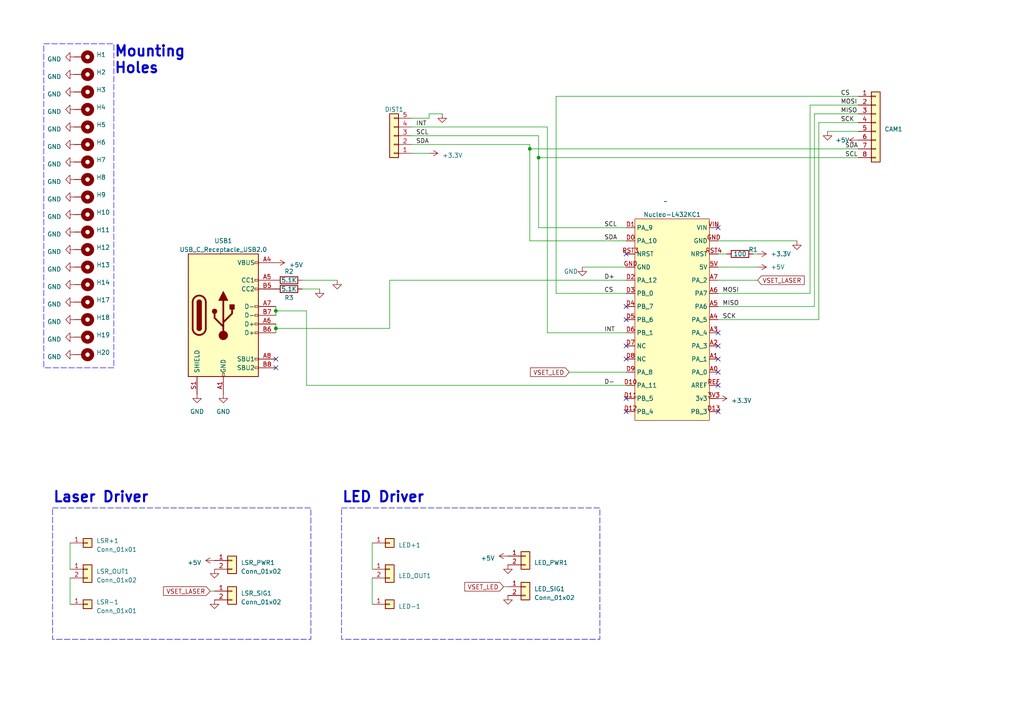
<source format=kicad_sch>
(kicad_sch (version 20230121) (generator eeschema)
  (paper "A4")
  (title_block (title "Nucleo Based Profilometer Probe") (date "2023-04-19") (rev "1.0"))
  (lib_symbols
    (symbol "Conn_01x01_2" (pin_names (offset 1.016) hide)
      (property "Reference" "J" (at 0 2.54 0))
      (property "Value" "Conn_01x01" (at 0 -2.54 0))
      (symbol "Conn_01x01_2_1_1"
        (rectangle (start -1.27 0.127) (end 0 -0.127) (stroke (width 0.1524)))
        (rectangle (start -1.27 1.27) (end 1.27 -1.27) (stroke (width 0.254)) (fill (type background)))
        (pin passive line (at -5.08 0 0) (length 3.81) (name "Pin_1") (number "1"))
      )
    )
    (symbol "Conn_01x01_3" (pin_names (offset 1.016) hide)
      (property "Reference" "J" (at 0 2.54 0))
      (property "Value" "Conn_01x01" (at 0 -2.54 0))
      (symbol "Conn_01x01_3_1_1"
        (rectangle (start -1.27 0.127) (end 0 -0.127) (stroke (width 0.1524)))
        (rectangle (start -1.27 1.27) (end 1.27 -1.27) (stroke (width 0.254)) (fill (type background)))
        (pin passive line (at -5.08 0 0) (length 3.81) (name "Pin_1") (number "1"))
      )
    )
    (symbol "Conn_01x02_3" (pin_names (offset 1.016) hide)
      (property "Reference" "J" (at 0 2.54 0))
      (property "Value" "Conn_01x02" (at 0 -5.08 0))
      (symbol "Conn_01x02_3_1_1"
        (rectangle (start -1.27 -2.413) (end 0 -2.667) (stroke (width 0.1524)))
        (rectangle (start -1.27 0.127) (end 0 -0.127) (stroke (width 0.1524)))
        (rectangle (start -1.27 1.27) (end 1.27 -3.81) (stroke (width 0.254)) (fill (type background)))
        (pin passive line (at -5.08 0 0) (length 3.81) (name "Pin_1") (number "1"))
        (pin passive line (at -5.08 -2.54 0) (length 3.81) (name "Pin_2") (number "2"))
      )
    )
    (symbol "Conn_01x02_4" (pin_names (offset 1.016) hide)
      (property "Reference" "J" (at 0 2.54 0))
      (property "Value" "Conn_01x02" (at 0 -5.08 0))
      (symbol "Conn_01x02_4_1_1"
        (rectangle (start -1.27 -2.413) (end 0 -2.667) (stroke (width 0.1524)))
        (rectangle (start -1.27 0.127) (end 0 -0.127) (stroke (width 0.1524)))
        (rectangle (start -1.27 1.27) (end 1.27 -3.81) (stroke (width 0.254)) (fill (type background)))
        (pin passive line (at -5.08 0 0) (length 3.81) (name "Pin_1") (number "1"))
        (pin passive line (at -5.08 -2.54 0) (length 3.81) (name "Pin_2") (number "2"))
      )
    )
    (symbol "Connector:USB_C_Receptacle_USB2.0" (pin_names (offset 1.016))
      (property "Reference" "J" (at -10.16 19.05 0))
      (property "Value" "USB_C_Receptacle_USB2.0" (at 19.05 19.05 0))
      (symbol "USB_C_Receptacle_USB2.0_0_0"
        (rectangle (start -0.254 -17.78) (end 0.254 -16.764))
        (rectangle (start 10.16 -14.986) (end 9.144 -15.494))
        (rectangle (start 10.16 -12.446) (end 9.144 -12.954))
        (rectangle (start 10.16 -4.826) (end 9.144 -5.334))
        (rectangle (start 10.16 -2.286) (end 9.144 -2.794))
        (rectangle (start 10.16 0.254) (end 9.144 -0.254))
        (rectangle (start 10.16 2.794) (end 9.144 2.286))
        (rectangle (start 10.16 7.874) (end 9.144 7.366))
        (rectangle (start 10.16 10.414) (end 9.144 9.906))
        (rectangle (start 10.16 15.494) (end 9.144 14.986))
      )
      (symbol "USB_C_Receptacle_USB2.0_0_1"
        (rectangle (start -10.16 17.78) (end 10.16 -17.78) (stroke (width 0.254)) (fill (type background)))
        (arc (start -8.89 -3.81) (mid -6.985 -5.7067) (end -5.08 -3.81) (stroke (width 0.508)))
        (arc (start -7.62 -3.81) (mid -6.985 -4.4423) (end -6.35 -3.81) (stroke (width 0.254)))
        (arc (start -7.62 -3.81) (mid -6.985 -4.4423) (end -6.35 -3.81) (stroke (width 0.254)) (fill (type outline)))
        (rectangle (start -7.62 -3.81) (end -6.35 3.81) (stroke (width 0.254)) (fill (type outline)))
        (arc (start -6.35 3.81) (mid -6.985 4.4423) (end -7.62 3.81) (stroke (width 0.254)))
        (arc (start -6.35 3.81) (mid -6.985 4.4423) (end -7.62 3.81) (stroke (width 0.254)) (fill (type outline)))
        (arc (start -5.08 3.81) (mid -6.985 5.7067) (end -8.89 3.81) (stroke (width 0.508)))
        (circle (center -2.54 1.143) (radius 0.635) (stroke (width 0.254)) (fill (type outline)))
        (circle (center 0 -5.842) (radius 1.27) (fill (type outline)))
        (polyline (pts (xy -8.89 -3.81) (xy -8.89 3.81)) (stroke (width 0.508)))
        (polyline (pts (xy -5.08 3.81) (xy -5.08 -3.81)) (stroke (width 0.508)))
        (polyline (pts (xy 0 -5.842) (xy 0 4.318)) (stroke (width 0.508)))
        (polyline (pts (xy 0 -3.302) (xy -2.54 -0.762) (xy -2.54 0.508)) (stroke (width 0.508)))
        (polyline (pts (xy 0 -2.032) (xy 2.54 0.508) (xy 2.54 1.778)) (stroke (width 0.508)))
        (polyline (pts (xy -1.27 4.318) (xy 0 6.858) (xy 1.27 4.318) (xy -1.27 4.318)) (stroke (width 0.254)) (fill (type outline)))
        (rectangle (start 1.905 1.778) (end 3.175 3.048) (stroke (width 0.254)) (fill (type outline)))
      )
      (symbol "USB_C_Receptacle_USB2.0_1_1"
        (pin passive line (at 0 -22.86 90) (length 5.08) (name "GND") (number "A1"))
        (pin passive line (at 0 -22.86 90) (length 5.08) hide (name "GND") (number "A12"))
        (pin passive line (at 15.24 15.24 180) (length 5.08) (name "VBUS") (number "A4"))
        (pin bidirectional line (at 15.24 10.16 180) (length 5.08) (name "CC1") (number "A5"))
        (pin bidirectional line (at 15.24 -2.54 180) (length 5.08) (name "D+") (number "A6"))
        (pin bidirectional line (at 15.24 2.54 180) (length 5.08) (name "D-") (number "A7"))
        (pin bidirectional line (at 15.24 -12.7 180) (length 5.08) (name "SBU1") (number "A8"))
        (pin passive line (at 15.24 15.24 180) (length 5.08) hide (name "VBUS") (number "A9"))
        (pin passive line (at 0 -22.86 90) (length 5.08) hide (name "GND") (number "B1"))
        (pin passive line (at 0 -22.86 90) (length 5.08) hide (name "GND") (number "B12"))
        (pin passive line (at 15.24 15.24 180) (length 5.08) hide (name "VBUS") (number "B4"))
        (pin bidirectional line (at 15.24 7.62 180) (length 5.08) (name "CC2") (number "B5"))
        (pin bidirectional line (at 15.24 -5.08 180) (length 5.08) (name "D+") (number "B6"))
        (pin bidirectional line (at 15.24 0 180) (length 5.08) (name "D-") (number "B7"))
        (pin bidirectional line (at 15.24 -15.24 180) (length 5.08) (name "SBU2") (number "B8"))
        (pin passive line (at 15.24 15.24 180) (length 5.08) hide (name "VBUS") (number "B9"))
        (pin passive line (at -7.62 -22.86 90) (length 5.08) (name "SHIELD") (number "S1"))
      )
    )
    (symbol "Connector_Generic:Conn_01x01" (pin_names (offset 1.016) hide)
      (property "Reference" "J" (at 0 2.54 0))
      (property "Value" "Conn_01x01" (at 0 -2.54 0))
      (symbol "Conn_01x01_1_1"
        (rectangle (start -1.27 0.127) (end 0 -0.127) (stroke (width 0.1524)))
        (rectangle (start -1.27 1.27) (end 1.27 -1.27) (stroke (width 0.254)) (fill (type background)))
        (pin passive line (at -5.08 0 0) (length 3.81) (name "Pin_1") (number "1"))
      )
    )
    (symbol "Connector_Generic:Conn_01x02" (pin_names (offset 1.016) hide)
      (property "Reference" "J" (at 0 2.54 0))
      (property "Value" "Conn_01x02" (at 0 -5.08 0))
      (symbol "Conn_01x02_1_1"
        (rectangle (start -1.27 -2.413) (end 0 -2.667) (stroke (width 0.1524)))
        (rectangle (start -1.27 0.127) (end 0 -0.127) (stroke (width 0.1524)))
        (rectangle (start -1.27 1.27) (end 1.27 -3.81) (stroke (width 0.254)) (fill (type background)))
        (pin passive line (at -5.08 0 0) (length 3.81) (name "Pin_1") (number "1"))
        (pin passive line (at -5.08 -2.54 0) (length 3.81) (name "Pin_2") (number "2"))
      )
    )
    (symbol "Connector_Generic:Conn_01x05" (pin_names (offset 1.016) hide)
      (property "Reference" "J" (at 0 7.62 0))
      (property "Value" "Conn_01x05" (at 0 -7.62 0))
      (symbol "Conn_01x05_1_1"
        (rectangle (start -1.27 -4.953) (end 0 -5.207) (stroke (width 0.1524)))
        (rectangle (start -1.27 -2.413) (end 0 -2.667) (stroke (width 0.1524)))
        (rectangle (start -1.27 0.127) (end 0 -0.127) (stroke (width 0.1524)))
        (rectangle (start -1.27 2.667) (end 0 2.413) (stroke (width 0.1524)))
        (rectangle (start -1.27 5.207) (end 0 4.953) (stroke (width 0.1524)))
        (rectangle (start -1.27 6.35) (end 1.27 -6.35) (stroke (width 0.254)) (fill (type background)))
        (pin passive line (at -5.08 5.08 0) (length 3.81) (name "Pin_1") (number "1"))
        (pin passive line (at -5.08 2.54 0) (length 3.81) (name "Pin_2") (number "2"))
        (pin passive line (at -5.08 0 0) (length 3.81) (name "Pin_3") (number "3"))
        (pin passive line (at -5.08 -2.54 0) (length 3.81) (name "Pin_4") (number "4"))
        (pin passive line (at -5.08 -5.08 0) (length 3.81) (name "Pin_5") (number "5"))
      )
    )
    (symbol "Connector_Generic:Conn_01x08" (pin_names (offset 1.016) hide)
      (property "Reference" "J" (at 0 10.16 0))
      (property "Value" "Conn_01x08" (at 0 -12.7 0))
      (symbol "Conn_01x08_1_1"
        (rectangle (start -1.27 -10.033) (end 0 -10.287) (stroke (width 0.1524)))
        (rectangle (start -1.27 -7.493) (end 0 -7.747) (stroke (width 0.1524)))
        (rectangle (start -1.27 -4.953) (end 0 -5.207) (stroke (width 0.1524)))
        (rectangle (start -1.27 -2.413) (end 0 -2.667) (stroke (width 0.1524)))
        (rectangle (start -1.27 0.127) (end 0 -0.127) (stroke (width 0.1524)))
        (rectangle (start -1.27 2.667) (end 0 2.413) (stroke (width 0.1524)))
        (rectangle (start -1.27 5.207) (end 0 4.953) (stroke (width 0.1524)))
        (rectangle (start -1.27 7.747) (end 0 7.493) (stroke (width 0.1524)))
        (rectangle (start -1.27 8.89) (end 1.27 -11.43) (stroke (width 0.254)) (fill (type background)))
        (pin passive line (at -5.08 7.62 0) (length 3.81) (name "Pin_1") (number "1"))
        (pin passive line (at -5.08 5.08 0) (length 3.81) (name "Pin_2") (number "2"))
        (pin passive line (at -5.08 2.54 0) (length 3.81) (name "Pin_3") (number "3"))
        (pin passive line (at -5.08 0 0) (length 3.81) (name "Pin_4") (number "4"))
        (pin passive line (at -5.08 -2.54 0) (length 3.81) (name "Pin_5") (number "5"))
        (pin passive line (at -5.08 -5.08 0) (length 3.81) (name "Pin_6") (number "6"))
        (pin passive line (at -5.08 -7.62 0) (length 3.81) (name "Pin_7") (number "7"))
        (pin passive line (at -5.08 -10.16 0) (length 3.81) (name "Pin_8") (number "8"))
      )
    )
    (symbol "Custom_Symbols:Nucleo-L432KC"
      (property "Reference" "Nucleo-L432KC" (at 1.27 -2.54 0))
      (symbol "Nucleo-L432KC_1_1"
        (rectangle (start -8.89 -5.08) (end 12.7 -63.5) (fill (type background)))
        (pin passive line (at 15.24 -57.15 180) (length 2.54) (name "3v3") (number "3V3"))
        (pin passive line (at 15.24 -19.05 180) (length 2.54) (name "5V") (number "5V"))
        (pin passive line (at 15.24 -49.53 180) (length 2.54) (name "PA_0") (number "A0"))
        (pin passive line (at 15.24 -45.72 180) (length 2.54) (name "PA_1") (number "A1"))
        (pin passive line (at 15.24 -41.91 180) (length 2.54) (name "PA_3") (number "A2"))
        (pin passive line (at 15.24 -38.1 180) (length 2.54) (name "PA_4") (number "A3"))
        (pin passive line (at 15.24 -34.29 180) (length 2.54) (name "PA_5") (number "A4"))
        (pin passive line (at 15.24 -30.48 180) (length 2.54) (name "PA6") (number "A5"))
        (pin passive line (at 15.24 -26.67 180) (length 2.54) (name "PA7") (number "A6"))
        (pin passive line (at 15.24 -22.86 180) (length 2.54) (name "PA_2") (number "A7"))
        (pin passive line (at -11.43 -11.43 0) (length 2.54) (name "PA_10") (number "D0"))
        (pin passive line (at -11.43 -7.62 0) (length 2.54) (name "PA_9") (number "D1"))
        (pin passive line (at -11.43 -53.34 0) (length 2.54) (name "PA_11") (number "D10"))
        (pin passive line (at -11.43 -57.15 0) (length 2.54) (name "PB_5") (number "D11"))
        (pin passive line (at -11.43 -60.96 0) (length 2.54) (name "PB_4") (number "D12"))
        (pin passive line (at 15.24 -60.96 180) (length 2.54) (name "PB_3") (number "D13"))
        (pin passive line (at -11.43 -22.86 0) (length 2.54) (name "PA_12") (number "D2"))
        (pin passive line (at -11.43 -26.67 0) (length 2.54) (name "PB_0") (number "D3"))
        (pin passive line (at -11.43 -30.48 0) (length 2.54) (name "PB_7") (number "D4"))
        (pin passive line (at -11.43 -34.29 0) (length 2.54) (name "PB_6") (number "D5"))
        (pin passive line (at -11.43 -38.1 0) (length 2.54) (name "PB_1") (number "D6"))
        (pin passive line (at -11.43 -41.91 0) (length 2.54) (name "NC") (number "D7"))
        (pin passive line (at -11.43 -45.72 0) (length 2.54) (name "NC") (number "D8"))
        (pin passive line (at -11.43 -49.53 0) (length 2.54) (name "PA_8") (number "D9"))
        (pin passive line (at -11.43 -19.05 0) (length 2.54) (name "GND") (number "GND"))
        (pin passive line (at 15.24 -11.43 180) (length 2.54) (name "GND") (number "GND"))
        (pin passive line (at 15.24 -53.34 180) (length 2.54) (name "AREF") (number "REF"))
        (pin passive line (at -11.43 -15.24 0) (length 2.54) (name "NRST") (number "RST3"))
        (pin passive line (at 15.24 -15.24 180) (length 2.54) (name "NRST") (number "RST4"))
        (pin passive line (at 15.24 -7.62 180) (length 2.54) (name "VIN") (number "VIN"))
      )
    )
    (symbol "Device:R" (pin_numbers hide) (pin_names (offset 0))
      (property "Reference" "R" (at 2.032 0 90))
      (property "Value" "R" (at 0 0 90))
      (symbol "R_0_1"
        (rectangle (start -1.016 -2.54) (end 1.016 2.54) (stroke (width 0.254)))
      )
      (symbol "R_1_1"
        (pin passive line (at 0 3.81 270) (length 1.27) (name "~") (number "1"))
        (pin passive line (at 0 -3.81 90) (length 1.27) (name "~") (number "2"))
      )
    )
    (symbol "Mechanical:MountingHole_Pad" (pin_numbers hide) (pin_names (offset 1.016) hide)
      (property "Reference" "H" (at 0 6.35 0))
      (property "Value" "MountingHole_Pad" (at 0 4.445 0))
      (symbol "MountingHole_Pad_0_1"
        (circle (center 0 1.27) (radius 1.27) (stroke (width 1.27)))
      )
      (symbol "MountingHole_Pad_1_1"
        (pin input line (at 0 -2.54 90) (length 2.54) (name "1") (number "1"))
      )
    )
    (symbol "power:+3.3V" (power) (pin_names (offset 0))
      (property "Value" "+3.3V" (at 0 3.556 0))
      (symbol "+3.3V_0_1"
        (polyline (pts (xy -0.762 1.27) (xy 0 2.54)))
        (polyline (pts (xy 0 0) (xy 0 2.54)))
        (polyline (pts (xy 0 2.54) (xy 0.762 1.27)))
      )
      (symbol "+3.3V_1_1"
        (pin power_in line (at 0 0 90) (length 0) hide (name "+3.3V") (number "1"))
      )
    )
    (symbol "power:+5V" (power) (pin_names (offset 0))
      (property "Value" "+5V" (at 0 3.556 0))
      (symbol "+5V_0_1"
        (polyline (pts (xy -0.762 1.27) (xy 0 2.54)))
        (polyline (pts (xy 0 0) (xy 0 2.54)))
        (polyline (pts (xy 0 2.54) (xy 0.762 1.27)))
      )
      (symbol "+5V_1_1"
        (pin power_in line (at 0 0 90) (length 0) hide (name "+5V") (number "1"))
      )
    )
    (symbol "power:GND" (power) (pin_names (offset 0))
      (property "Value" "GND" (at 0 -3.81 0))
      (symbol "GND_0_1"
        (polyline (pts (xy 0 0) (xy 0 -1.27) (xy 1.27 -1.27) (xy 0 -2.54) (xy -1.27 -1.27) (xy 0 -1.27)))
      )
      (symbol "GND_1_1"
        (pin power_in line (at 0 0 270) (length 0) hide (name "GND") (number "1"))
      )
    )
  )
  (junction (at 80.01 90.17))
  (junction (at 156.21 45.72))
  (junction (at 153.67 43.18))
  (junction (at 80.01 95.25))
  (no_connect (at 208.28 111.76))
  (no_connect (at 208.28 107.95))
  (no_connect (at 181.61 73.66))
  (no_connect (at 181.61 115.57))
  (no_connect (at 208.28 96.52))
  (no_connect (at 208.28 66.04))
  (no_connect (at 181.61 92.71))
  (no_connect (at 181.61 88.9))
  (no_connect (at 208.28 119.38))
  (no_connect (at 80.01 104.14))
  (no_connect (at 181.61 104.14))
  (no_connect (at 208.28 104.14))
  (no_connect (at 208.28 100.33))
  (no_connect (at 80.01 106.68))
  (no_connect (at 181.61 100.33))
  (no_connect (at 181.61 119.38))
  (wire (pts (xy 113.03 95.25) (xy 80.01 95.25)))
  (wire (pts (xy 80.01 95.25) (xy 80.01 96.52)))
  (wire (pts (xy 153.67 43.18) (xy 153.67 69.85)))
  (wire (pts (xy 119.38 36.83) (xy 158.75 36.83)))
  (wire (pts (xy 88.9 111.76) (xy 88.9 90.17)))
  (wire (pts (xy 97.79 81.28) (xy 87.63 81.28)))
  (wire (pts (xy 156.21 39.37) (xy 156.21 45.72)))
  (wire (pts (xy 113.03 81.28) (xy 113.03 95.25)))
  (wire (pts (xy 80.01 93.98) (xy 80.01 95.25)))
  (wire (pts (xy 236.22 33.02) (xy 236.22 88.9)))
  (wire (pts (xy 234.95 30.48) (xy 248.92 30.48)))
  (wire (pts (xy 168.91 77.47) (xy 181.61 77.47)))
  (wire (pts (xy 156.21 45.72) (xy 248.92 45.72)))
  (wire (pts (xy 208.28 81.28) (xy 219.71 81.28)))
  (wire (pts (xy 119.38 41.91) (xy 153.67 41.91)))
  (wire (pts (xy 88.9 90.17) (xy 80.01 90.17)))
  (wire (pts (xy 20.32 157.48) (xy 20.32 165.1)))
  (wire (pts (xy 92.71 83.82) (xy 87.63 83.82)))
  (wire (pts (xy 181.61 85.09) (xy 161.29 85.09)))
  (wire (pts (xy 124.46 33.02) (xy 128.27 33.02)))
  (wire (pts (xy 161.29 27.94) (xy 248.92 27.94)))
  (wire (pts (xy 234.95 30.48) (xy 234.95 85.09)))
  (wire (pts (xy 156.21 45.72) (xy 156.21 66.04)))
  (wire (pts (xy 124.46 34.29) (xy 119.38 34.29)))
  (wire (pts (xy 153.67 41.91) (xy 153.67 43.18)))
  (wire (pts (xy 237.49 35.56) (xy 237.49 92.71)))
  (wire (pts (xy 240.03 38.1) (xy 248.92 38.1)))
  (wire (pts (xy 113.03 81.28) (xy 181.61 81.28)))
  (wire (pts (xy 20.32 167.64) (xy 20.32 175.26)))
  (wire (pts (xy 158.75 96.52) (xy 181.61 96.52)))
  (wire (pts (xy 208.28 85.09) (xy 234.95 85.09)))
  (wire (pts (xy 124.46 33.02) (xy 124.46 34.29)))
  (wire (pts (xy 88.9 111.76) (xy 181.61 111.76)))
  (wire (pts (xy 153.67 43.18) (xy 248.92 43.18)))
  (wire (pts (xy 158.75 36.83) (xy 158.75 96.52)))
  (wire (pts (xy 161.29 85.09) (xy 161.29 27.94)))
  (wire (pts (xy 107.95 167.64) (xy 107.95 175.26)))
  (wire (pts (xy 165.1 107.95) (xy 181.61 107.95)))
  (wire (pts (xy 119.38 39.37) (xy 156.21 39.37)))
  (wire (pts (xy 248.92 35.56) (xy 237.49 35.56)))
  (wire (pts (xy 124.46 44.45) (xy 119.38 44.45)))
  (wire (pts (xy 107.95 157.48) (xy 107.95 165.1)))
  (wire (pts (xy 208.28 69.85) (xy 231.14 69.85)))
  (wire (pts (xy 218.44 73.66) (xy 219.71 73.66)))
  (wire (pts (xy 237.49 92.71) (xy 208.28 92.71)))
  (wire (pts (xy 80.01 90.17) (xy 80.01 91.44)))
  (wire (pts (xy 153.67 69.85) (xy 181.61 69.85)))
  (wire (pts (xy 80.01 88.9) (xy 80.01 90.17)))
  (wire (pts (xy 236.22 88.9) (xy 208.28 88.9)))
  (wire (pts (xy 156.21 66.04) (xy 181.61 66.04)))
  (wire (pts (xy 210.82 73.66) (xy 208.28 73.66)))
  (wire (pts (xy 60.96 171.45) (xy 62.23 171.45)))
  (wire (pts (xy 248.92 33.02) (xy 236.22 33.02)))
  (wire (pts (xy 219.71 77.47) (xy 208.28 77.47)))
  (wire (pts (xy 146.05 170.18) (xy 147.32 170.18)))
  (rectangle (start 15.24 147.32) (end 90.17 185.42) (stroke (width 0) (type dash)))
  (rectangle (start 99.06 147.32) (end 173.99 185.42) (stroke (width 0) (type dash)))
  (rectangle (start 12.7 12.7) (end 33.02 106.68) (stroke (width 0) (type dash) (color 37 2 255 1)))
  (text "Laser Driver\n" (at 15.24 146.05 0) (effects (font (size 3 3) (thickness 0.6) bold) (justify left bottom)))
  (text "Mounting \nHoles\n" (at 33.02 21.59 0) (effects (font (size 3 3) (thickness 0.6) bold) (justify left bottom)))
  (text "LED Driver\n" (at 99.06 146.05 0) (effects (font (size 3 3) (thickness 0.6) bold) (justify left bottom)))
  (label "INT" (at 120.65 36.83 0))
  (label "MISO" (at 243.84 33.02 0))
  (label "SCL" (at 120.65 39.37 0))
  (label "SCK" (at 209.55 92.71 0))
  (label "CS" (at 243.84 27.94 0))
  (label "SCK" (at 243.84 35.56 0))
  (label "MISO" (at 209.55 88.9 0))
  (label "D-" (at 175.26 111.76 0))
  (label "D+" (at 175.26 81.28 0))
  (label "MOSI" (at 209.55 85.09 0))
  (label "INT" (at 175.26 96.52 0))
  (label "SCL" (at 245.11 45.72 0))
  (label "MOSI" (at 243.84 30.48 0))
  (label "SDA" (at 175.26 69.85 0))
  (label "SDA" (at 120.65 41.91 0))
  (label "CS" (at 175.26 85.09 0))
  (label "SDA" (at 245.11 43.18 0))
  (label "SCL" (at 175.26 66.04 0))
  (global_label "VSET_LED" (shape input) (at 165.1 107.95 180) (property "Intersheetrefs" "${INTERSHEET_REFS}" (effects hide)))
  (global_label "VSET_LED" (shape input) (at 146.05 170.18 180) (property "Intersheetrefs" "${INTERSHEET_REFS}" (effects hide)))
  (global_label "VSET_LASER" (shape input) (at 60.96 171.45 180) (property "Intersheetrefs" "${INTERSHEET_REFS}" (effects hide)))
  (global_label "VSET_LASER" (shape input) (at 219.71 81.28 0) (property "Intersheetrefs" "${INTERSHEET_REFS}" (effects hide)))
  (symbol (lib_id "power:GND") (at 21.59 102.87 270) (unit 1)
    (property "Reference" "#PWR034" (effects hide))
    (property "Value" "GND" (at 17.78 103.505 90) (effects (justify right)))
  )
  (symbol (lib_id "power:GND") (at 92.71 83.82 0) (unit 1)
    (property "Reference" "#PWR016" (effects hide))
    (property "Value" "GND" (effects hide))
  )
  (symbol (lib_id "power:GND") (at 168.91 77.47 0) (unit 1)
    (property "Reference" "#PWR07" (effects hide))
    (property "Value" "GND" (at 167.64 78.74 0) (effects (justify right)))
  )
  (symbol (lib_id "Custom_Symbols:Nucleo-L432KC") (at 193.04 58.42 0) (unit 1)
    (property "Reference" "Nucleo-L432KC1" (at 194.945 62.23 0))
    (property "Value" "~" (at 193.04 58.42 0))
    (property "Footprint" "Library:MODULE_NUCLEO-L432KC" (effects hide))
  )
  (symbol (lib_id "Device:R") (at 214.63 73.66 270) (unit 1)
    (property "Reference" "R1" (at 218.44 72.39 90))
    (property "Value" "100" (at 214.63 73.66 90))
    (property "Footprint" "Resistor_SMD:R_0603_1608Metric" (effects hide))
  )
  (symbol (lib_id "power:GND") (at 21.59 21.59 270) (unit 1)
    (property "Reference" "#PWR015" (effects hide))
    (property "Value" "GND" (at 17.78 22.225 90) (effects (justify right)))
  )
  (symbol (lib_id "power:GND") (at 147.32 172.72 0) (unit 1)
    (property "Reference" "#PWR011" (effects hide))
    (property "Value" "GND" (effects hide))
  )
  (symbol (lib_id "power:GND") (at 21.59 41.91 270) (unit 1)
    (property "Reference" "#PWR020" (effects hide))
    (property "Value" "GND" (at 17.78 42.545 90) (effects (justify right)))
  )
  (symbol (lib_id "power:GND") (at 21.59 67.31 270) (unit 1)
    (property "Reference" "#PWR025" (effects hide))
    (property "Value" "GND" (at 17.78 67.945 90) (effects (justify right)))
  )
  (symbol (lib_id "Mechanical:MountingHole_Pad") (at 24.13 57.15 270) (unit 1)
    (property "Reference" "H9" (at 27.94 56.515 90) (effects (justify left)))
    (property "Value" "MountingHole_Pad" (effects hide))
    (property "Footprint" "MountingHole:MountingHole_3.2mm_M3_Pad_Via" (effects hide))
  )
  (symbol (lib_id "Device:R") (at 83.82 83.82 90) (unit 1)
    (property "Reference" "R3" (at 83.82 86.36 90))
    (property "Value" "5.1K" (at 83.82 83.82 90))
    (property "Footprint" "Resistor_SMD:R_0603_1608Metric" (effects hide))
  )
  (symbol (lib_id "power:GND") (at 21.59 77.47 270) (unit 1)
    (property "Reference" "#PWR027" (effects hide))
    (property "Value" "GND" (at 17.78 78.105 90) (effects (justify right)))
  )
  (symbol (lib_id "power:GND") (at 21.59 31.75 270) (unit 1)
    (property "Reference" "#PWR018" (effects hide))
    (property "Value" "GND" (at 17.78 32.385 90) (effects (justify right)))
  )
  (symbol (lib_id "Mechanical:MountingHole_Pad") (at 24.13 41.91 270) (unit 1)
    (property "Reference" "H6" (at 27.94 41.275 90) (effects (justify left)))
    (property "Value" "MountingHole_Pad" (effects hide))
    (property "Footprint" "MountingHole:MountingHole_3.2mm_M3_Pad_Via" (effects hide))
  )
  (symbol (lib_id "power:GND") (at 231.14 69.85 0) (unit 1)
    (property "Reference" "#PWR06" (effects hide))
    (property "Value" "GND" (effects hide))
  )
  (symbol (lib_id "power:+3.3V") (at 219.71 73.66 270) (unit 1)
    (property "Reference" "#PWR042" (effects hide))
    (property "Value" "+3.3V" (at 223.52 73.66 90) (effects (justify left)))
  )
  (symbol (lib_name "Conn_01x01_3") (lib_id "Connector_Generic:Conn_01x01") (at 25.4 175.26 0) (unit 1)
    (property "Reference" "LSR-1" (at 27.94 174.625 0) (effects (justify left)))
    (property "Value" "Conn_01x01" (at 27.94 177.165 0) (effects (justify left)))
    (property "Footprint" "Connector_PinHeader_2.54mm:PinHeader_1x01_P2.54mm_Vertical" (effects hide))
  )
  (symbol (lib_id "Mechanical:MountingHole_Pad") (at 24.13 87.63 270) (unit 1)
    (property "Reference" "H17" (at 27.94 86.995 90) (effects (justify left)))
    (property "Value" "MountingHole_Pad" (effects hide))
    (property "Footprint" "MountingHole:MountingHole_3.2mm_M3_Pad_Via" (effects hide))
  )
  (symbol (lib_id "power:+3.3V") (at 124.46 44.45 270) (unit 1)
    (property "Reference" "#PWR04" (effects hide))
    (property "Value" "+3.3V" (at 128.27 45.085 90) (effects (justify left)))
  )
  (symbol (lib_id "power:+5V") (at 147.32 161.29 90) (unit 1)
    (property "Reference" "#PWR013" (effects hide))
    (property "Value" "+5V" (at 143.51 161.925 90) (effects (justify left)))
  )
  (symbol (lib_id "power:GND") (at 21.59 82.55 270) (unit 1)
    (property "Reference" "#PWR028" (effects hide))
    (property "Value" "GND" (at 17.78 83.185 90) (effects (justify right)))
  )
  (symbol (lib_id "Connector_Generic:Conn_01x02") (at 67.31 171.45 0) (unit 1)
    (property "Reference" "LSR_SIG1" (at 69.85 172.085 0) (effects (justify left)))
    (property "Value" "Conn_01x02" (at 69.85 174.625 0) (effects (justify left)))
    (property "Footprint" "Connector_PinHeader_2.54mm:PinHeader_1x02_P2.54mm_Vertical" (effects hide))
  )
  (symbol (lib_id "power:+5V") (at 219.71 77.47 270) (unit 1)
    (property "Reference" "#PWR040" (effects hide))
    (property "Value" "+5V" (at 223.52 77.47 90) (effects (justify left)))
  )
  (symbol (lib_id "Device:R") (at 83.82 81.28 270) (unit 1)
    (property "Reference" "R2" (at 83.82 78.74 90))
    (property "Value" "5.1K" (at 83.82 81.28 90))
    (property "Footprint" "Resistor_SMD:R_0603_1608Metric" (effects hide))
  )
  (symbol (lib_name "Conn_01x02_3") (lib_id "Connector_Generic:Conn_01x02") (at 152.4 161.29 0) (unit 1)
    (property "Reference" "LED_PWR1" (at 154.94 163.195 0) (effects (justify left)))
    (property "Value" "Conn_01x02" (effects hide))
    (property "Footprint" "Connector_PinHeader_2.54mm:PinHeader_1x02_P2.54mm_Vertical" (effects hide))
  )
  (symbol (lib_name "Conn_01x01_2") (lib_id "Connector_Generic:Conn_01x01") (at 25.4 157.48 0) (unit 1)
    (property "Reference" "LSR+1" (at 27.94 156.845 0) (effects (justify left)))
    (property "Value" "Conn_01x01" (at 27.94 159.385 0) (effects (justify left)))
    (property "Footprint" "Connector_PinHeader_2.54mm:PinHeader_1x01_P2.54mm_Vertical" (effects hide))
  )
  (symbol (lib_id "power:GND") (at 21.59 26.67 270) (unit 1)
    (property "Reference" "#PWR017" (effects hide))
    (property "Value" "GND" (at 17.78 27.305 90) (effects (justify right)))
  )
  (symbol (lib_id "power:+5V") (at 248.92 40.64 90) (unit 1)
    (property "Reference" "#PWR02" (effects hide))
    (property "Value" "+5V" (at 246.38 40.64 90) (effects (justify left)))
  )
  (symbol (lib_id "Mechanical:MountingHole_Pad") (at 24.13 97.79 270) (unit 1)
    (property "Reference" "H19" (at 27.94 97.155 90) (effects (justify left)))
    (property "Value" "MountingHole_Pad" (effects hide))
    (property "Footprint" "MountingHole:MountingHole_3.2mm_M3_Pad_Via" (effects hide))
  )
  (symbol (lib_id "power:GND") (at 21.59 97.79 270) (unit 1)
    (property "Reference" "#PWR033" (effects hide))
    (property "Value" "GND" (at 17.78 98.425 90) (effects (justify right)))
  )
  (symbol (lib_id "Connector_Generic:Conn_01x08") (at 254 35.56 0) (unit 1)
    (property "Reference" "CAM1" (at 256.54 37.465 0) (effects (justify left)))
    (property "Value" "Conn_01x08" (effects hide))
    (property "Footprint" "Connector_PinSocket_2.54mm:PinSocket_1x08_P2.54mm_Vertical" (effects hide))
  )
  (symbol (lib_id "Connector_Generic:Conn_01x02") (at 67.31 162.56 0) (unit 1)
    (property "Reference" "LSR_PWR1" (at 69.85 163.195 0) (effects (justify left)))
    (property "Value" "Conn_01x02" (at 69.85 165.735 0) (effects (justify left)))
    (property "Footprint" "Connector_PinHeader_2.54mm:PinHeader_1x02_P2.54mm_Vertical" (effects hide))
  )
  (symbol (lib_id "power:GND") (at 62.23 165.1 0) (unit 1)
    (property "Reference" "#PWR08" (effects hide))
    (property "Value" "GND" (effects hide))
  )
  (symbol (lib_id "Mechanical:MountingHole_Pad") (at 24.13 52.07 270) (unit 1)
    (property "Reference" "H8" (at 27.94 51.435 90) (effects (justify left)))
    (property "Value" "MountingHole_Pad" (effects hide))
    (property "Footprint" "MountingHole:MountingHole_3.2mm_M3_Pad_Via" (effects hide))
  )
  (symbol (lib_id "power:GND") (at 240.03 38.1 0) (unit 1)
    (property "Reference" "#PWR01" (effects hide))
    (property "Value" "GND" (effects hide))
  )
  (symbol (lib_id "power:GND") (at 21.59 36.83 270) (unit 1)
    (property "Reference" "#PWR019" (effects hide))
    (property "Value" "GND" (at 17.78 37.465 90) (effects (justify right)))
  )
  (symbol (lib_id "Mechanical:MountingHole_Pad") (at 24.13 36.83 270) (unit 1)
    (property "Reference" "H5" (at 27.94 36.195 90) (effects (justify left)))
    (property "Value" "MountingHole_Pad" (effects hide))
    (property "Footprint" "MountingHole:MountingHole_3.2mm_M3_Pad_Via" (effects hide))
  )
  (symbol (lib_id "Mechanical:MountingHole_Pad") (at 24.13 31.75 270) (unit 1)
    (property "Reference" "H4" (at 27.94 31.115 90) (effects (justify left)))
    (property "Value" "MountingHole_Pad" (effects hide))
    (property "Footprint" "MountingHole:MountingHole_3.2mm_M3_Pad_Via" (effects hide))
  )
  (symbol (lib_name "Conn_01x02_4") (lib_id "Connector_Generic:Conn_01x02") (at 152.4 170.18 0) (unit 1)
    (property "Reference" "LED_SIG1" (at 154.94 170.815 0) (effects (justify left)))
    (property "Value" "Conn_01x02" (at 154.94 173.355 0) (effects (justify left)))
    (property "Footprint" "Connector_PinHeader_2.54mm:PinHeader_1x02_P2.54mm_Vertical" (effects hide))
  )
  (symbol (lib_id "power:GND") (at 128.27 33.02 0) (unit 1)
    (property "Reference" "#PWR014" (effects hide))
    (property "Value" "GND" (effects hide))
  )
  (symbol (lib_id "Connector_Generic:Conn_01x02") (at 113.03 165.1 0) (unit 1)
    (property "Reference" "LED_OUT1" (at 115.57 167.005 0) (effects (justify left)))
    (property "Value" "Conn_01x02" (effects hide))
    (property "Footprint" "Connector_PinHeader_2.54mm:PinHeader_1x02_P2.54mm_Vertical" (effects hide))
  )
  (symbol (lib_id "power:GND") (at 57.15 114.3 0) (unit 1)
    (property "Reference" "#PWR030" (effects hide))
    (property "Value" "GND" (at 57.15 119.38 0))
  )
  (symbol (lib_id "Mechanical:MountingHole_Pad") (at 24.13 67.31 270) (unit 1)
    (property "Reference" "H11" (at 27.94 66.675 90) (effects (justify left)))
    (property "Value" "MountingHole_Pad" (effects hide))
    (property "Footprint" "MountingHole:MountingHole_3.2mm_M3_Pad_Via" (effects hide))
  )
  (symbol (lib_id "power:GND") (at 21.59 57.15 270) (unit 1)
    (property "Reference" "#PWR023" (effects hide))
    (property "Value" "GND" (at 17.78 57.785 90) (effects (justify right)))
  )
  (symbol (lib_id "power:GND") (at 21.59 92.71 270) (unit 1)
    (property "Reference" "#PWR032" (effects hide))
    (property "Value" "GND" (at 17.78 93.345 90) (effects (justify right)))
  )
  (symbol (lib_id "Mechanical:MountingHole_Pad") (at 24.13 46.99 270) (unit 1)
    (property "Reference" "H7" (at 27.94 46.355 90) (effects (justify left)))
    (property "Value" "MountingHole_Pad" (effects hide))
    (property "Footprint" "MountingHole:MountingHole_3.2mm_M3_Pad_Via" (effects hide))
  )
  (symbol (lib_id "Mechanical:MountingHole_Pad") (at 24.13 62.23 270) (unit 1)
    (property "Reference" "H10" (at 27.94 61.595 90) (effects (justify left)))
    (property "Value" "MountingHole_Pad" (effects hide))
    (property "Footprint" "MountingHole:MountingHole_3.2mm_M3_Pad_Via" (effects hide))
  )
  (symbol (lib_id "Mechanical:MountingHole_Pad") (at 24.13 102.87 270) (unit 1)
    (property "Reference" "H20" (at 27.94 102.235 90) (effects (justify left)))
    (property "Value" "MountingHole_Pad" (effects hide))
    (property "Footprint" "MountingHole:MountingHole_3.2mm_M3_Pad_Via" (effects hide))
  )
  (symbol (lib_id "Mechanical:MountingHole_Pad") (at 24.13 26.67 270) (unit 1)
    (property "Reference" "H3" (at 27.94 26.035 90) (effects (justify left)))
    (property "Value" "MountingHole_Pad" (effects hide))
    (property "Footprint" "MountingHole:MountingHole_3.2mm_M3_Pad_Via" (effects hide))
  )
  (symbol (lib_id "power:+5V") (at 62.23 162.56 90) (unit 1)
    (property "Reference" "#PWR012" (effects hide))
    (property "Value" "+5V" (at 58.42 163.195 90) (effects (justify left)))
  )
  (symbol (lib_id "power:+5V") (at 80.01 76.2 270) (unit 1)
    (property "Reference" "#PWR035" (effects hide))
    (property "Value" "+5V" (at 83.82 76.835 90) (effects (justify left)))
  )
  (symbol (lib_id "power:GND") (at 21.59 46.99 270) (unit 1)
    (property "Reference" "#PWR021" (effects hide))
    (property "Value" "GND" (at 17.78 47.625 90) (effects (justify right)))
  )
  (symbol (lib_id "power:GND") (at 97.79 81.28 0) (unit 1)
    (property "Reference" "#PWR05" (effects hide))
    (property "Value" "GND" (effects hide))
  )
  (symbol (lib_id "Mechanical:MountingHole_Pad") (at 24.13 72.39 270) (unit 1)
    (property "Reference" "H12" (at 27.94 71.755 90) (effects (justify left)))
    (property "Value" "MountingHole_Pad" (effects hide))
    (property "Footprint" "MountingHole:MountingHole_3.2mm_M3_Pad_Via" (effects hide))
  )
  (symbol (lib_id "power:GND") (at 21.59 52.07 270) (unit 1)
    (property "Reference" "#PWR022" (effects hide))
    (property "Value" "GND" (at 17.78 52.705 90) (effects (justify right)))
  )
  (symbol (lib_id "Connector_Generic:Conn_01x01") (at 113.03 157.48 0) (unit 1)
    (property "Reference" "LED+1" (at 115.57 158.115 0) (effects (justify left)))
    (property "Value" "Conn_01x01" (effects hide))
    (property "Footprint" "Connector_PinHeader_2.54mm:PinHeader_1x01_P2.54mm_Vertical" (effects hide))
  )
  (symbol (lib_id "Mechanical:MountingHole_Pad") (at 24.13 77.47 270) (unit 1)
    (property "Reference" "H13" (at 27.94 76.835 90) (effects (justify left)))
    (property "Value" "MountingHole_Pad" (effects hide))
    (property "Footprint" "MountingHole:MountingHole_3.2mm_M3_Pad_Via" (effects hide))
  )
  (symbol (lib_id "Mechanical:MountingHole_Pad") (at 24.13 21.59 270) (unit 1)
    (property "Reference" "H2" (at 27.94 20.955 90) (effects (justify left)))
    (property "Value" "MountingHole_Pad" (effects hide))
    (property "Footprint" "MountingHole:MountingHole_3.2mm_M3_Pad_Via" (effects hide))
  )
  (symbol (lib_id "Mechanical:MountingHole_Pad") (at 24.13 92.71 270) (unit 1)
    (property "Reference" "H18" (at 27.94 92.075 90) (effects (justify left)))
    (property "Value" "MountingHole_Pad" (effects hide))
    (property "Footprint" "MountingHole:MountingHole_3.2mm_M3_Pad_Via" (effects hide))
  )
  (symbol (lib_id "power:GND") (at 21.59 87.63 270) (unit 1)
    (property "Reference" "#PWR031" (effects hide))
    (property "Value" "GND" (at 17.78 88.265 90) (effects (justify right)))
  )
  (symbol (lib_id "Mechanical:MountingHole_Pad") (at 24.13 16.51 270) (unit 1)
    (property "Reference" "H1" (at 27.94 15.875 90) (effects (justify left)))
    (property "Value" "MountingHole_Pad" (effects hide))
    (property "Footprint" "MountingHole:MountingHole_3.2mm_M3_Pad_Via" (effects hide))
  )
  (symbol (lib_id "power:GND") (at 62.23 173.99 0) (unit 1)
    (property "Reference" "#PWR09" (effects hide))
    (property "Value" "GND" (effects hide))
  )
  (symbol (lib_id "power:GND") (at 21.59 72.39 270) (unit 1)
    (property "Reference" "#PWR026" (effects hide))
    (property "Value" "GND" (at 17.78 73.025 90) (effects (justify right)))
  )
  (symbol (lib_id "Connector_Generic:Conn_01x05") (at 114.3 39.37 180) (unit 1)
    (property "Reference" "DIST1" (at 114.3 31.75 0))
    (property "Value" "Conn_01x05" (effects hide))
    (property "Footprint" "Connector_PinSocket_2.54mm:PinSocket_1x05_P2.54mm_Vertical" (effects hide))
  )
  (symbol (lib_id "power:GND") (at 21.59 62.23 270) (unit 1)
    (property "Reference" "#PWR024" (effects hide))
    (property "Value" "GND" (at 17.78 62.865 90) (effects (justify right)))
  )
  (symbol (lib_id "power:GND") (at 64.77 114.3 0) (unit 1)
    (property "Reference" "#PWR029" (effects hide))
    (property "Value" "GND" (at 64.77 119.38 0))
  )
  (symbol (lib_id "Connector:USB_C_Receptacle_USB2.0") (at 64.77 91.44 0) (unit 1)
    (property "Reference" "USB1" (at 64.77 69.85 0))
    (property "Value" "USB_C_Receptacle_USB2.0" (at 64.77 72.39 0))
    (property "Footprint" "Connector_USB:USB_C_Receptacle_HRO_TYPE-C-31-M-12" (effects hide))
    (property "Datasheet" "https://www.usb.org/sites/default/files/documents/usb_type-c.zip" (effects hide))
  )
  (symbol (lib_id "power:+3.3V") (at 208.28 115.57 270) (unit 1)
    (property "Reference" "#PWR041" (effects hide))
    (property "Value" "+3.3V" (at 212.09 116.205 90) (effects (justify left)))
  )
  (symbol (lib_id "Connector_Generic:Conn_01x01") (at 113.03 175.26 0) (unit 1)
    (property "Reference" "LED-1" (at 115.57 175.895 0) (effects (justify left)))
    (property "Value" "Conn_01x01" (effects hide))
    (property "Footprint" "Connector_PinHeader_2.54mm:PinHeader_1x01_P2.54mm_Vertical" (effects hide))
  )
  (symbol (lib_id "Connector_Generic:Conn_01x02") (at 25.4 165.1 0) (unit 1)
    (property "Reference" "LSR_OUT1" (at 27.94 165.735 0) (effects (justify left)))
    (property "Value" "Conn_01x02" (at 27.94 168.275 0) (effects (justify left)))
    (property "Footprint" "Connector_PinHeader_2.54mm:PinHeader_1x02_P2.54mm_Vertical" (effects hide))
  )
  (symbol (lib_id "Mechanical:MountingHole_Pad") (at 24.13 82.55 270) (unit 1)
    (property "Reference" "H14" (at 27.94 81.915 90) (effects (justify left)))
    (property "Value" "MountingHole_Pad" (effects hide))
    (property "Footprint" "MountingHole:MountingHole_3.2mm_M3_Pad_Via" (effects hide))
  )
  (symbol (lib_id "power:GND") (at 21.59 16.51 270) (unit 1)
    (property "Reference" "#PWR03" (effects hide))
    (property "Value" "GND" (at 17.78 17.145 90) (effects (justify right)))
  )
  (symbol (lib_id "power:GND") (at 147.32 163.83 0) (unit 1)
    (property "Reference" "#PWR010" (effects hide))
    (property "Value" "GND" (effects hide))
  )
)
</source>
